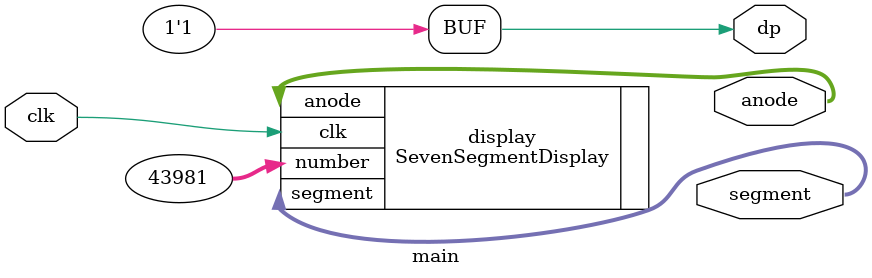
<source format=v>
`timescale 1ns / 1ps
module main(anode, segment, dp, clk);
    output [3:0] anode;
	 output [6:0] segment;
	 output dp;
	 //input [3:0] btn;
	 input clk;
	 
	 //test2
	 
	 SevenSegmentDisplay display(
	   .clk (clk),
		.number ('hABCD),
		.anode  (anode),
		.segment (segment));

	 assign dp = 1;

endmodule

</source>
